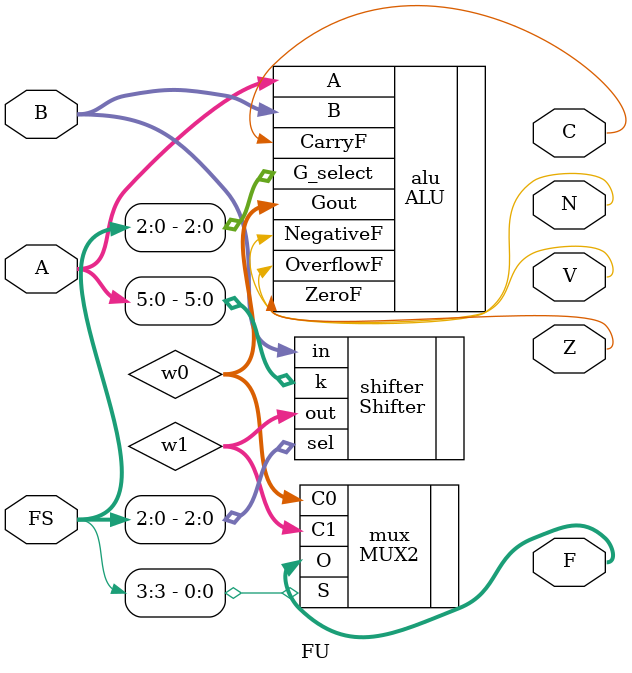
<source format=v>
`timescale 1ns / 1ps

module FU(
    input [31:0] A,
    input [31:0] B,
    input  [3:0] FS,
    output V,C,N,Z,
    output [31:0] F
    );
wire [31:0] w0,w1 ;
        
    ALU alu(.A(A), .B(B), .Gout(w0), .G_select(FS[2:0]), .CarryF(C), 
            .OverflowF(V), .NegativeF(N), .ZeroF(Z));
    Shifter  shifter(.in(B), .out(w1), .sel(FS[2:0]), .k(A[5:0]));
    MUX2 #(.WIDTH(32)) mux(.C0(w0),.C1(w1),.O(F), .S(FS[3]));
endmodule

</source>
